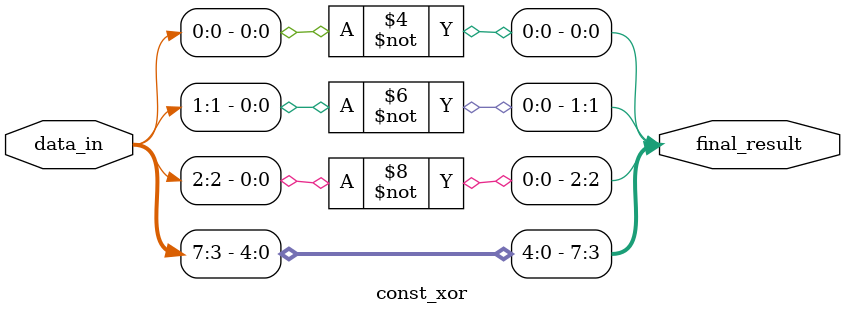
<source format=sv>
module crc_mixed_logic (
    input clk,
    input [15:0] data_in,
    output reg [7:0] crc
);

    wire [7:0] xor_result;
    wire [7:0] rotated_result;
    wire [7:0] final_result;

    // 实例化异或计算子模块
    xor_calc u_xor_calc (
        .data_in(data_in),
        .xor_result(xor_result)
    );

    // 实例化循环移位子模块
    rotate_logic u_rotate_logic (
        .data_in(xor_result),
        .rotated_result(rotated_result)
    );

    // 实例化常量异或子模块
    const_xor u_const_xor (
        .data_in(rotated_result),
        .final_result(final_result)
    );

    // 寄存器输出
    always @(posedge clk) begin
        crc <= final_result;
    end

endmodule

// 异或计算子模块
module xor_calc (
    input [15:0] data_in,
    output [7:0] xor_result
);
    assign xor_result = data_in[15:8] ^ data_in[7:0];
endmodule

// 循环移位子模块
module rotate_logic (
    input [7:0] data_in,
    output [7:0] rotated_result
);
    assign rotated_result = {data_in[6:0], data_in[7]};
endmodule

// 常量异或子模块
module const_xor (
    input [7:0] data_in,
    output [7:0] final_result
);
    assign final_result[0] = data_in[0] ^ 1'b1;
    assign final_result[1] = data_in[1] ^ 1'b1;
    assign final_result[2] = data_in[2] ^ 1'b1;
    assign final_result[3] = data_in[3];
    assign final_result[4] = data_in[4];
    assign final_result[5] = data_in[5];
    assign final_result[6] = data_in[6];
    assign final_result[7] = data_in[7];
endmodule
</source>
